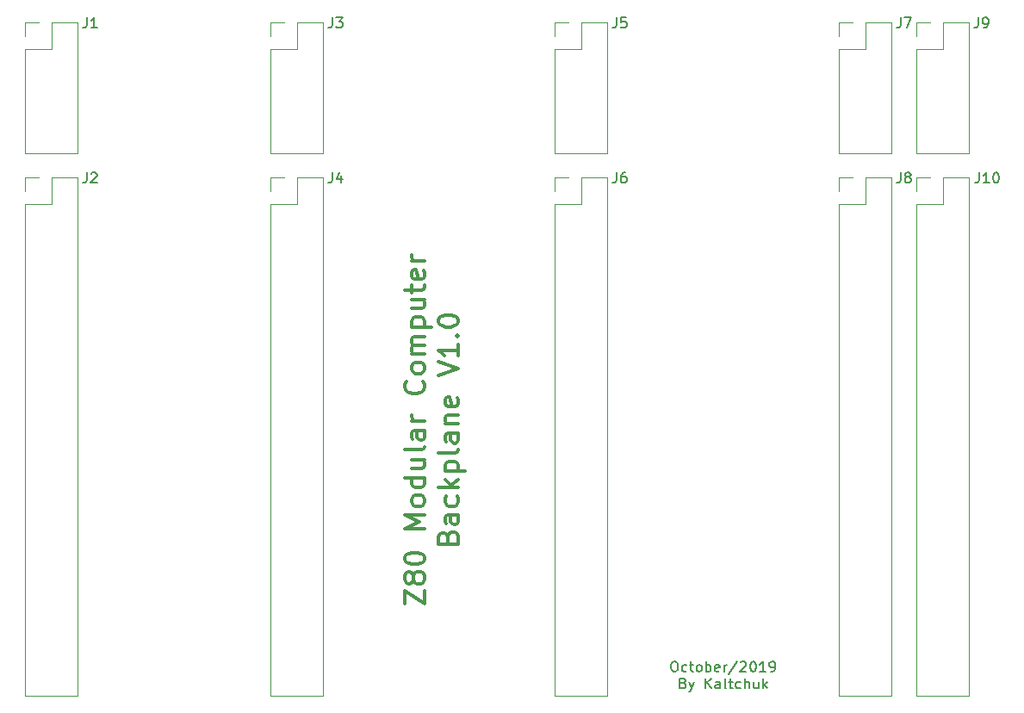
<source format=gbr>
G04 #@! TF.GenerationSoftware,KiCad,Pcbnew,(5.1.4)-1*
G04 #@! TF.CreationDate,2019-12-08T17:51:34+02:00*
G04 #@! TF.ProjectId,Backplane,4261636b-706c-4616-9e65-2e6b69636164,rev?*
G04 #@! TF.SameCoordinates,PX2455c20PY5ad6650*
G04 #@! TF.FileFunction,Legend,Top*
G04 #@! TF.FilePolarity,Positive*
%FSLAX46Y46*%
G04 Gerber Fmt 4.6, Leading zero omitted, Abs format (unit mm)*
G04 Created by KiCad (PCBNEW (5.1.4)-1) date 2019-12-08 17:51:34*
%MOMM*%
%LPD*%
G04 APERTURE LIST*
%ADD10C,0.150000*%
%ADD11C,0.300000*%
%ADD12C,0.120000*%
G04 APERTURE END LIST*
D10*
X67509047Y5817620D02*
X67699523Y5817620D01*
X67794761Y5770000D01*
X67890000Y5674762D01*
X67937619Y5484286D01*
X67937619Y5150953D01*
X67890000Y4960477D01*
X67794761Y4865239D01*
X67699523Y4817620D01*
X67509047Y4817620D01*
X67413809Y4865239D01*
X67318571Y4960477D01*
X67270952Y5150953D01*
X67270952Y5484286D01*
X67318571Y5674762D01*
X67413809Y5770000D01*
X67509047Y5817620D01*
X68794761Y4865239D02*
X68699523Y4817620D01*
X68509047Y4817620D01*
X68413809Y4865239D01*
X68366190Y4912858D01*
X68318571Y5008096D01*
X68318571Y5293810D01*
X68366190Y5389048D01*
X68413809Y5436667D01*
X68509047Y5484286D01*
X68699523Y5484286D01*
X68794761Y5436667D01*
X69080476Y5484286D02*
X69461428Y5484286D01*
X69223333Y5817620D02*
X69223333Y4960477D01*
X69270952Y4865239D01*
X69366190Y4817620D01*
X69461428Y4817620D01*
X69937619Y4817620D02*
X69842380Y4865239D01*
X69794761Y4912858D01*
X69747142Y5008096D01*
X69747142Y5293810D01*
X69794761Y5389048D01*
X69842380Y5436667D01*
X69937619Y5484286D01*
X70080476Y5484286D01*
X70175714Y5436667D01*
X70223333Y5389048D01*
X70270952Y5293810D01*
X70270952Y5008096D01*
X70223333Y4912858D01*
X70175714Y4865239D01*
X70080476Y4817620D01*
X69937619Y4817620D01*
X70699523Y4817620D02*
X70699523Y5817620D01*
X70699523Y5436667D02*
X70794761Y5484286D01*
X70985238Y5484286D01*
X71080476Y5436667D01*
X71128095Y5389048D01*
X71175714Y5293810D01*
X71175714Y5008096D01*
X71128095Y4912858D01*
X71080476Y4865239D01*
X70985238Y4817620D01*
X70794761Y4817620D01*
X70699523Y4865239D01*
X71985238Y4865239D02*
X71890000Y4817620D01*
X71699523Y4817620D01*
X71604285Y4865239D01*
X71556666Y4960477D01*
X71556666Y5341429D01*
X71604285Y5436667D01*
X71699523Y5484286D01*
X71890000Y5484286D01*
X71985238Y5436667D01*
X72032857Y5341429D01*
X72032857Y5246191D01*
X71556666Y5150953D01*
X72461428Y4817620D02*
X72461428Y5484286D01*
X72461428Y5293810D02*
X72509047Y5389048D01*
X72556666Y5436667D01*
X72651904Y5484286D01*
X72747142Y5484286D01*
X73794761Y5865239D02*
X72937619Y4579524D01*
X74080476Y5722381D02*
X74128095Y5770000D01*
X74223333Y5817620D01*
X74461428Y5817620D01*
X74556666Y5770000D01*
X74604285Y5722381D01*
X74651904Y5627143D01*
X74651904Y5531905D01*
X74604285Y5389048D01*
X74032857Y4817620D01*
X74651904Y4817620D01*
X75270952Y5817620D02*
X75366190Y5817620D01*
X75461428Y5770000D01*
X75509047Y5722381D01*
X75556666Y5627143D01*
X75604285Y5436667D01*
X75604285Y5198572D01*
X75556666Y5008096D01*
X75509047Y4912858D01*
X75461428Y4865239D01*
X75366190Y4817620D01*
X75270952Y4817620D01*
X75175714Y4865239D01*
X75128095Y4912858D01*
X75080476Y5008096D01*
X75032857Y5198572D01*
X75032857Y5436667D01*
X75080476Y5627143D01*
X75128095Y5722381D01*
X75175714Y5770000D01*
X75270952Y5817620D01*
X76556666Y4817620D02*
X75985238Y4817620D01*
X76270952Y4817620D02*
X76270952Y5817620D01*
X76175714Y5674762D01*
X76080476Y5579524D01*
X75985238Y5531905D01*
X77032857Y4817620D02*
X77223333Y4817620D01*
X77318571Y4865239D01*
X77366190Y4912858D01*
X77461428Y5055715D01*
X77509047Y5246191D01*
X77509047Y5627143D01*
X77461428Y5722381D01*
X77413809Y5770000D01*
X77318571Y5817620D01*
X77128095Y5817620D01*
X77032857Y5770000D01*
X76985238Y5722381D01*
X76937619Y5627143D01*
X76937619Y5389048D01*
X76985238Y5293810D01*
X77032857Y5246191D01*
X77128095Y5198572D01*
X77318571Y5198572D01*
X77413809Y5246191D01*
X77461428Y5293810D01*
X77509047Y5389048D01*
X68461428Y3691429D02*
X68604285Y3643810D01*
X68651904Y3596191D01*
X68699523Y3500953D01*
X68699523Y3358096D01*
X68651904Y3262858D01*
X68604285Y3215239D01*
X68509047Y3167620D01*
X68128095Y3167620D01*
X68128095Y4167620D01*
X68461428Y4167620D01*
X68556666Y4120000D01*
X68604285Y4072381D01*
X68651904Y3977143D01*
X68651904Y3881905D01*
X68604285Y3786667D01*
X68556666Y3739048D01*
X68461428Y3691429D01*
X68128095Y3691429D01*
X69032857Y3834286D02*
X69270952Y3167620D01*
X69509047Y3834286D02*
X69270952Y3167620D01*
X69175714Y2929524D01*
X69128095Y2881905D01*
X69032857Y2834286D01*
X70651904Y3167620D02*
X70651904Y4167620D01*
X71223333Y3167620D02*
X70794761Y3739048D01*
X71223333Y4167620D02*
X70651904Y3596191D01*
X72080476Y3167620D02*
X72080476Y3691429D01*
X72032857Y3786667D01*
X71937619Y3834286D01*
X71747142Y3834286D01*
X71651904Y3786667D01*
X72080476Y3215239D02*
X71985238Y3167620D01*
X71747142Y3167620D01*
X71651904Y3215239D01*
X71604285Y3310477D01*
X71604285Y3405715D01*
X71651904Y3500953D01*
X71747142Y3548572D01*
X71985238Y3548572D01*
X72080476Y3596191D01*
X72699523Y3167620D02*
X72604285Y3215239D01*
X72556666Y3310477D01*
X72556666Y4167620D01*
X72937619Y3834286D02*
X73318571Y3834286D01*
X73080476Y4167620D02*
X73080476Y3310477D01*
X73128095Y3215239D01*
X73223333Y3167620D01*
X73318571Y3167620D01*
X74080476Y3215239D02*
X73985238Y3167620D01*
X73794761Y3167620D01*
X73699523Y3215239D01*
X73651904Y3262858D01*
X73604285Y3358096D01*
X73604285Y3643810D01*
X73651904Y3739048D01*
X73699523Y3786667D01*
X73794761Y3834286D01*
X73985238Y3834286D01*
X74080476Y3786667D01*
X74509047Y3167620D02*
X74509047Y4167620D01*
X74937619Y3167620D02*
X74937619Y3691429D01*
X74890000Y3786667D01*
X74794761Y3834286D01*
X74651904Y3834286D01*
X74556666Y3786667D01*
X74509047Y3739048D01*
X75842380Y3834286D02*
X75842380Y3167620D01*
X75413809Y3834286D02*
X75413809Y3310477D01*
X75461428Y3215239D01*
X75556666Y3167620D01*
X75699523Y3167620D01*
X75794761Y3215239D01*
X75842380Y3262858D01*
X76318571Y3167620D02*
X76318571Y4167620D01*
X76413809Y3548572D02*
X76699523Y3167620D01*
X76699523Y3834286D02*
X76318571Y3453334D01*
D11*
X41069761Y11479762D02*
X41069761Y12813096D01*
X43069761Y11479762D01*
X43069761Y12813096D01*
X41926904Y13860715D02*
X41831666Y13670239D01*
X41736428Y13575000D01*
X41545952Y13479762D01*
X41450714Y13479762D01*
X41260238Y13575000D01*
X41165000Y13670239D01*
X41069761Y13860715D01*
X41069761Y14241667D01*
X41165000Y14432143D01*
X41260238Y14527381D01*
X41450714Y14622620D01*
X41545952Y14622620D01*
X41736428Y14527381D01*
X41831666Y14432143D01*
X41926904Y14241667D01*
X41926904Y13860715D01*
X42022142Y13670239D01*
X42117380Y13575000D01*
X42307857Y13479762D01*
X42688809Y13479762D01*
X42879285Y13575000D01*
X42974523Y13670239D01*
X43069761Y13860715D01*
X43069761Y14241667D01*
X42974523Y14432143D01*
X42879285Y14527381D01*
X42688809Y14622620D01*
X42307857Y14622620D01*
X42117380Y14527381D01*
X42022142Y14432143D01*
X41926904Y14241667D01*
X41069761Y15860715D02*
X41069761Y16051191D01*
X41165000Y16241667D01*
X41260238Y16336905D01*
X41450714Y16432143D01*
X41831666Y16527381D01*
X42307857Y16527381D01*
X42688809Y16432143D01*
X42879285Y16336905D01*
X42974523Y16241667D01*
X43069761Y16051191D01*
X43069761Y15860715D01*
X42974523Y15670239D01*
X42879285Y15575000D01*
X42688809Y15479762D01*
X42307857Y15384524D01*
X41831666Y15384524D01*
X41450714Y15479762D01*
X41260238Y15575000D01*
X41165000Y15670239D01*
X41069761Y15860715D01*
X43069761Y18908334D02*
X41069761Y18908334D01*
X42498333Y19575000D01*
X41069761Y20241667D01*
X43069761Y20241667D01*
X43069761Y21479762D02*
X42974523Y21289286D01*
X42879285Y21194048D01*
X42688809Y21098810D01*
X42117380Y21098810D01*
X41926904Y21194048D01*
X41831666Y21289286D01*
X41736428Y21479762D01*
X41736428Y21765477D01*
X41831666Y21955953D01*
X41926904Y22051191D01*
X42117380Y22146429D01*
X42688809Y22146429D01*
X42879285Y22051191D01*
X42974523Y21955953D01*
X43069761Y21765477D01*
X43069761Y21479762D01*
X43069761Y23860715D02*
X41069761Y23860715D01*
X42974523Y23860715D02*
X43069761Y23670239D01*
X43069761Y23289286D01*
X42974523Y23098810D01*
X42879285Y23003572D01*
X42688809Y22908334D01*
X42117380Y22908334D01*
X41926904Y23003572D01*
X41831666Y23098810D01*
X41736428Y23289286D01*
X41736428Y23670239D01*
X41831666Y23860715D01*
X41736428Y25670239D02*
X43069761Y25670239D01*
X41736428Y24813096D02*
X42784047Y24813096D01*
X42974523Y24908334D01*
X43069761Y25098810D01*
X43069761Y25384524D01*
X42974523Y25575000D01*
X42879285Y25670239D01*
X43069761Y26908334D02*
X42974523Y26717858D01*
X42784047Y26622620D01*
X41069761Y26622620D01*
X43069761Y28527381D02*
X42022142Y28527381D01*
X41831666Y28432143D01*
X41736428Y28241667D01*
X41736428Y27860715D01*
X41831666Y27670239D01*
X42974523Y28527381D02*
X43069761Y28336905D01*
X43069761Y27860715D01*
X42974523Y27670239D01*
X42784047Y27575000D01*
X42593571Y27575000D01*
X42403095Y27670239D01*
X42307857Y27860715D01*
X42307857Y28336905D01*
X42212619Y28527381D01*
X43069761Y29479762D02*
X41736428Y29479762D01*
X42117380Y29479762D02*
X41926904Y29575000D01*
X41831666Y29670239D01*
X41736428Y29860715D01*
X41736428Y30051191D01*
X42879285Y33384524D02*
X42974523Y33289286D01*
X43069761Y33003572D01*
X43069761Y32813096D01*
X42974523Y32527381D01*
X42784047Y32336905D01*
X42593571Y32241667D01*
X42212619Y32146429D01*
X41926904Y32146429D01*
X41545952Y32241667D01*
X41355476Y32336905D01*
X41165000Y32527381D01*
X41069761Y32813096D01*
X41069761Y33003572D01*
X41165000Y33289286D01*
X41260238Y33384524D01*
X43069761Y34527381D02*
X42974523Y34336905D01*
X42879285Y34241667D01*
X42688809Y34146429D01*
X42117380Y34146429D01*
X41926904Y34241667D01*
X41831666Y34336905D01*
X41736428Y34527381D01*
X41736428Y34813096D01*
X41831666Y35003572D01*
X41926904Y35098810D01*
X42117380Y35194048D01*
X42688809Y35194048D01*
X42879285Y35098810D01*
X42974523Y35003572D01*
X43069761Y34813096D01*
X43069761Y34527381D01*
X43069761Y36051191D02*
X41736428Y36051191D01*
X41926904Y36051191D02*
X41831666Y36146429D01*
X41736428Y36336905D01*
X41736428Y36622620D01*
X41831666Y36813096D01*
X42022142Y36908334D01*
X43069761Y36908334D01*
X42022142Y36908334D02*
X41831666Y37003572D01*
X41736428Y37194048D01*
X41736428Y37479762D01*
X41831666Y37670239D01*
X42022142Y37765477D01*
X43069761Y37765477D01*
X41736428Y38717858D02*
X43736428Y38717858D01*
X41831666Y38717858D02*
X41736428Y38908334D01*
X41736428Y39289286D01*
X41831666Y39479762D01*
X41926904Y39575000D01*
X42117380Y39670239D01*
X42688809Y39670239D01*
X42879285Y39575000D01*
X42974523Y39479762D01*
X43069761Y39289286D01*
X43069761Y38908334D01*
X42974523Y38717858D01*
X41736428Y41384524D02*
X43069761Y41384524D01*
X41736428Y40527381D02*
X42784047Y40527381D01*
X42974523Y40622620D01*
X43069761Y40813096D01*
X43069761Y41098810D01*
X42974523Y41289286D01*
X42879285Y41384524D01*
X41736428Y42051191D02*
X41736428Y42813096D01*
X41069761Y42336905D02*
X42784047Y42336905D01*
X42974523Y42432143D01*
X43069761Y42622620D01*
X43069761Y42813096D01*
X42974523Y44241667D02*
X43069761Y44051191D01*
X43069761Y43670239D01*
X42974523Y43479762D01*
X42784047Y43384524D01*
X42022142Y43384524D01*
X41831666Y43479762D01*
X41736428Y43670239D01*
X41736428Y44051191D01*
X41831666Y44241667D01*
X42022142Y44336905D01*
X42212619Y44336905D01*
X42403095Y43384524D01*
X43069761Y45194048D02*
X41736428Y45194048D01*
X42117380Y45194048D02*
X41926904Y45289286D01*
X41831666Y45384524D01*
X41736428Y45575000D01*
X41736428Y45765477D01*
X45322142Y18051191D02*
X45417380Y18336905D01*
X45512619Y18432143D01*
X45703095Y18527381D01*
X45988809Y18527381D01*
X46179285Y18432143D01*
X46274523Y18336905D01*
X46369761Y18146429D01*
X46369761Y17384524D01*
X44369761Y17384524D01*
X44369761Y18051191D01*
X44465000Y18241667D01*
X44560238Y18336905D01*
X44750714Y18432143D01*
X44941190Y18432143D01*
X45131666Y18336905D01*
X45226904Y18241667D01*
X45322142Y18051191D01*
X45322142Y17384524D01*
X46369761Y20241667D02*
X45322142Y20241667D01*
X45131666Y20146429D01*
X45036428Y19955953D01*
X45036428Y19575000D01*
X45131666Y19384524D01*
X46274523Y20241667D02*
X46369761Y20051191D01*
X46369761Y19575000D01*
X46274523Y19384524D01*
X46084047Y19289286D01*
X45893571Y19289286D01*
X45703095Y19384524D01*
X45607857Y19575000D01*
X45607857Y20051191D01*
X45512619Y20241667D01*
X46274523Y22051191D02*
X46369761Y21860715D01*
X46369761Y21479762D01*
X46274523Y21289286D01*
X46179285Y21194048D01*
X45988809Y21098810D01*
X45417380Y21098810D01*
X45226904Y21194048D01*
X45131666Y21289286D01*
X45036428Y21479762D01*
X45036428Y21860715D01*
X45131666Y22051191D01*
X46369761Y22908334D02*
X44369761Y22908334D01*
X45607857Y23098810D02*
X46369761Y23670239D01*
X45036428Y23670239D02*
X45798333Y22908334D01*
X45036428Y24527381D02*
X47036428Y24527381D01*
X45131666Y24527381D02*
X45036428Y24717858D01*
X45036428Y25098810D01*
X45131666Y25289286D01*
X45226904Y25384524D01*
X45417380Y25479762D01*
X45988809Y25479762D01*
X46179285Y25384524D01*
X46274523Y25289286D01*
X46369761Y25098810D01*
X46369761Y24717858D01*
X46274523Y24527381D01*
X46369761Y26622620D02*
X46274523Y26432143D01*
X46084047Y26336905D01*
X44369761Y26336905D01*
X46369761Y28241667D02*
X45322142Y28241667D01*
X45131666Y28146429D01*
X45036428Y27955953D01*
X45036428Y27575000D01*
X45131666Y27384524D01*
X46274523Y28241667D02*
X46369761Y28051191D01*
X46369761Y27575000D01*
X46274523Y27384524D01*
X46084047Y27289286D01*
X45893571Y27289286D01*
X45703095Y27384524D01*
X45607857Y27575000D01*
X45607857Y28051191D01*
X45512619Y28241667D01*
X45036428Y29194048D02*
X46369761Y29194048D01*
X45226904Y29194048D02*
X45131666Y29289286D01*
X45036428Y29479762D01*
X45036428Y29765477D01*
X45131666Y29955953D01*
X45322142Y30051191D01*
X46369761Y30051191D01*
X46274523Y31765477D02*
X46369761Y31575000D01*
X46369761Y31194048D01*
X46274523Y31003572D01*
X46084047Y30908334D01*
X45322142Y30908334D01*
X45131666Y31003572D01*
X45036428Y31194048D01*
X45036428Y31575000D01*
X45131666Y31765477D01*
X45322142Y31860715D01*
X45512619Y31860715D01*
X45703095Y30908334D01*
X44369761Y33955953D02*
X46369761Y34622620D01*
X44369761Y35289286D01*
X46369761Y37003572D02*
X46369761Y35860715D01*
X46369761Y36432143D02*
X44369761Y36432143D01*
X44655476Y36241667D01*
X44845952Y36051191D01*
X44941190Y35860715D01*
X46179285Y37860715D02*
X46274523Y37955953D01*
X46369761Y37860715D01*
X46274523Y37765477D01*
X46179285Y37860715D01*
X46369761Y37860715D01*
X44369761Y39194048D02*
X44369761Y39384524D01*
X44465000Y39575000D01*
X44560238Y39670239D01*
X44750714Y39765477D01*
X45131666Y39860715D01*
X45607857Y39860715D01*
X45988809Y39765477D01*
X46179285Y39670239D01*
X46274523Y39575000D01*
X46369761Y39384524D01*
X46369761Y39194048D01*
X46274523Y39003572D01*
X46179285Y38908334D01*
X45988809Y38813096D01*
X45607857Y38717858D01*
X45131666Y38717858D01*
X44750714Y38813096D01*
X44560238Y38908334D01*
X44465000Y39003572D01*
X44369761Y39194048D01*
D12*
X3750000Y53400000D02*
X5080000Y53400000D01*
X3750000Y52070000D02*
X3750000Y53400000D01*
X6350000Y53400000D02*
X8950000Y53400000D01*
X6350000Y50800000D02*
X6350000Y53400000D01*
X3750000Y50800000D02*
X6350000Y50800000D01*
X8950000Y53400000D02*
X8950000Y2480000D01*
X3750000Y50800000D02*
X3750000Y2480000D01*
X3750000Y2480000D02*
X8950000Y2480000D01*
X91380000Y53400000D02*
X92710000Y53400000D01*
X91380000Y52070000D02*
X91380000Y53400000D01*
X93980000Y53400000D02*
X96580000Y53400000D01*
X93980000Y50800000D02*
X93980000Y53400000D01*
X91380000Y50800000D02*
X93980000Y50800000D01*
X96580000Y53400000D02*
X96580000Y2480000D01*
X91380000Y50800000D02*
X91380000Y2480000D01*
X91380000Y2480000D02*
X96580000Y2480000D01*
X91380000Y68640000D02*
X92710000Y68640000D01*
X91380000Y67310000D02*
X91380000Y68640000D01*
X93980000Y68640000D02*
X96580000Y68640000D01*
X93980000Y66040000D02*
X93980000Y68640000D01*
X91380000Y66040000D02*
X93980000Y66040000D01*
X96580000Y68640000D02*
X96580000Y55820000D01*
X91380000Y66040000D02*
X91380000Y55820000D01*
X91380000Y55820000D02*
X96580000Y55820000D01*
X3750000Y68640000D02*
X5080000Y68640000D01*
X3750000Y67310000D02*
X3750000Y68640000D01*
X6350000Y68640000D02*
X8950000Y68640000D01*
X6350000Y66040000D02*
X6350000Y68640000D01*
X3750000Y66040000D02*
X6350000Y66040000D01*
X8950000Y68640000D02*
X8950000Y55820000D01*
X3750000Y66040000D02*
X3750000Y55820000D01*
X3750000Y55820000D02*
X8950000Y55820000D01*
X83760000Y2480000D02*
X88960000Y2480000D01*
X83760000Y50800000D02*
X83760000Y2480000D01*
X88960000Y53400000D02*
X88960000Y2480000D01*
X83760000Y50800000D02*
X86360000Y50800000D01*
X86360000Y50800000D02*
X86360000Y53400000D01*
X86360000Y53400000D02*
X88960000Y53400000D01*
X83760000Y52070000D02*
X83760000Y53400000D01*
X83760000Y53400000D02*
X85090000Y53400000D01*
X55820000Y53400000D02*
X57150000Y53400000D01*
X55820000Y52070000D02*
X55820000Y53400000D01*
X58420000Y53400000D02*
X61020000Y53400000D01*
X58420000Y50800000D02*
X58420000Y53400000D01*
X55820000Y50800000D02*
X58420000Y50800000D01*
X61020000Y53400000D02*
X61020000Y2480000D01*
X55820000Y50800000D02*
X55820000Y2480000D01*
X55820000Y2480000D02*
X61020000Y2480000D01*
X27880000Y2480000D02*
X33080000Y2480000D01*
X27880000Y50800000D02*
X27880000Y2480000D01*
X33080000Y53400000D02*
X33080000Y2480000D01*
X27880000Y50800000D02*
X30480000Y50800000D01*
X30480000Y50800000D02*
X30480000Y53400000D01*
X30480000Y53400000D02*
X33080000Y53400000D01*
X27880000Y52070000D02*
X27880000Y53400000D01*
X27880000Y53400000D02*
X29210000Y53400000D01*
X83760000Y55820000D02*
X88960000Y55820000D01*
X83760000Y66040000D02*
X83760000Y55820000D01*
X88960000Y68640000D02*
X88960000Y55820000D01*
X83760000Y66040000D02*
X86360000Y66040000D01*
X86360000Y66040000D02*
X86360000Y68640000D01*
X86360000Y68640000D02*
X88960000Y68640000D01*
X83760000Y67310000D02*
X83760000Y68640000D01*
X83760000Y68640000D02*
X85090000Y68640000D01*
X55820000Y68640000D02*
X57150000Y68640000D01*
X55820000Y67310000D02*
X55820000Y68640000D01*
X58420000Y68640000D02*
X61020000Y68640000D01*
X58420000Y66040000D02*
X58420000Y68640000D01*
X55820000Y66040000D02*
X58420000Y66040000D01*
X61020000Y68640000D02*
X61020000Y55820000D01*
X55820000Y66040000D02*
X55820000Y55820000D01*
X55820000Y55820000D02*
X61020000Y55820000D01*
X27880000Y55820000D02*
X33080000Y55820000D01*
X27880000Y66040000D02*
X27880000Y55820000D01*
X33080000Y68640000D02*
X33080000Y55820000D01*
X27880000Y66040000D02*
X30480000Y66040000D01*
X30480000Y66040000D02*
X30480000Y68640000D01*
X30480000Y68640000D02*
X33080000Y68640000D01*
X27880000Y67310000D02*
X27880000Y68640000D01*
X27880000Y68640000D02*
X29210000Y68640000D01*
D10*
X9826666Y53887620D02*
X9826666Y53173334D01*
X9779047Y53030477D01*
X9683809Y52935239D01*
X9540952Y52887620D01*
X9445714Y52887620D01*
X10255238Y53792381D02*
X10302857Y53840000D01*
X10398095Y53887620D01*
X10636190Y53887620D01*
X10731428Y53840000D01*
X10779047Y53792381D01*
X10826666Y53697143D01*
X10826666Y53601905D01*
X10779047Y53459048D01*
X10207619Y52887620D01*
X10826666Y52887620D01*
X97555476Y53887620D02*
X97555476Y53173334D01*
X97507857Y53030477D01*
X97412619Y52935239D01*
X97269761Y52887620D01*
X97174523Y52887620D01*
X98555476Y52887620D02*
X97984047Y52887620D01*
X98269761Y52887620D02*
X98269761Y53887620D01*
X98174523Y53744762D01*
X98079285Y53649524D01*
X97984047Y53601905D01*
X99174523Y53887620D02*
X99269761Y53887620D01*
X99365000Y53840000D01*
X99412619Y53792381D01*
X99460238Y53697143D01*
X99507857Y53506667D01*
X99507857Y53268572D01*
X99460238Y53078096D01*
X99412619Y52982858D01*
X99365000Y52935239D01*
X99269761Y52887620D01*
X99174523Y52887620D01*
X99079285Y52935239D01*
X99031666Y52982858D01*
X98984047Y53078096D01*
X98936428Y53268572D01*
X98936428Y53506667D01*
X98984047Y53697143D01*
X99031666Y53792381D01*
X99079285Y53840000D01*
X99174523Y53887620D01*
X97456666Y69127620D02*
X97456666Y68413334D01*
X97409047Y68270477D01*
X97313809Y68175239D01*
X97170952Y68127620D01*
X97075714Y68127620D01*
X97980476Y68127620D02*
X98170952Y68127620D01*
X98266190Y68175239D01*
X98313809Y68222858D01*
X98409047Y68365715D01*
X98456666Y68556191D01*
X98456666Y68937143D01*
X98409047Y69032381D01*
X98361428Y69080000D01*
X98266190Y69127620D01*
X98075714Y69127620D01*
X97980476Y69080000D01*
X97932857Y69032381D01*
X97885238Y68937143D01*
X97885238Y68699048D01*
X97932857Y68603810D01*
X97980476Y68556191D01*
X98075714Y68508572D01*
X98266190Y68508572D01*
X98361428Y68556191D01*
X98409047Y68603810D01*
X98456666Y68699048D01*
X9826666Y69127620D02*
X9826666Y68413334D01*
X9779047Y68270477D01*
X9683809Y68175239D01*
X9540952Y68127620D01*
X9445714Y68127620D01*
X10826666Y68127620D02*
X10255238Y68127620D01*
X10540952Y68127620D02*
X10540952Y69127620D01*
X10445714Y68984762D01*
X10350476Y68889524D01*
X10255238Y68841905D01*
X89836666Y53887620D02*
X89836666Y53173334D01*
X89789047Y53030477D01*
X89693809Y52935239D01*
X89550952Y52887620D01*
X89455714Y52887620D01*
X90455714Y53459048D02*
X90360476Y53506667D01*
X90312857Y53554286D01*
X90265238Y53649524D01*
X90265238Y53697143D01*
X90312857Y53792381D01*
X90360476Y53840000D01*
X90455714Y53887620D01*
X90646190Y53887620D01*
X90741428Y53840000D01*
X90789047Y53792381D01*
X90836666Y53697143D01*
X90836666Y53649524D01*
X90789047Y53554286D01*
X90741428Y53506667D01*
X90646190Y53459048D01*
X90455714Y53459048D01*
X90360476Y53411429D01*
X90312857Y53363810D01*
X90265238Y53268572D01*
X90265238Y53078096D01*
X90312857Y52982858D01*
X90360476Y52935239D01*
X90455714Y52887620D01*
X90646190Y52887620D01*
X90741428Y52935239D01*
X90789047Y52982858D01*
X90836666Y53078096D01*
X90836666Y53268572D01*
X90789047Y53363810D01*
X90741428Y53411429D01*
X90646190Y53459048D01*
X61896666Y53887620D02*
X61896666Y53173334D01*
X61849047Y53030477D01*
X61753809Y52935239D01*
X61610952Y52887620D01*
X61515714Y52887620D01*
X62801428Y53887620D02*
X62610952Y53887620D01*
X62515714Y53840000D01*
X62468095Y53792381D01*
X62372857Y53649524D01*
X62325238Y53459048D01*
X62325238Y53078096D01*
X62372857Y52982858D01*
X62420476Y52935239D01*
X62515714Y52887620D01*
X62706190Y52887620D01*
X62801428Y52935239D01*
X62849047Y52982858D01*
X62896666Y53078096D01*
X62896666Y53316191D01*
X62849047Y53411429D01*
X62801428Y53459048D01*
X62706190Y53506667D01*
X62515714Y53506667D01*
X62420476Y53459048D01*
X62372857Y53411429D01*
X62325238Y53316191D01*
X33956666Y53887620D02*
X33956666Y53173334D01*
X33909047Y53030477D01*
X33813809Y52935239D01*
X33670952Y52887620D01*
X33575714Y52887620D01*
X34861428Y53554286D02*
X34861428Y52887620D01*
X34623333Y53935239D02*
X34385238Y53220953D01*
X35004285Y53220953D01*
X89836666Y69127620D02*
X89836666Y68413334D01*
X89789047Y68270477D01*
X89693809Y68175239D01*
X89550952Y68127620D01*
X89455714Y68127620D01*
X90217619Y69127620D02*
X90884285Y69127620D01*
X90455714Y68127620D01*
X61896666Y69127620D02*
X61896666Y68413334D01*
X61849047Y68270477D01*
X61753809Y68175239D01*
X61610952Y68127620D01*
X61515714Y68127620D01*
X62849047Y69127620D02*
X62372857Y69127620D01*
X62325238Y68651429D01*
X62372857Y68699048D01*
X62468095Y68746667D01*
X62706190Y68746667D01*
X62801428Y68699048D01*
X62849047Y68651429D01*
X62896666Y68556191D01*
X62896666Y68318096D01*
X62849047Y68222858D01*
X62801428Y68175239D01*
X62706190Y68127620D01*
X62468095Y68127620D01*
X62372857Y68175239D01*
X62325238Y68222858D01*
X33956666Y69127620D02*
X33956666Y68413334D01*
X33909047Y68270477D01*
X33813809Y68175239D01*
X33670952Y68127620D01*
X33575714Y68127620D01*
X34337619Y69127620D02*
X34956666Y69127620D01*
X34623333Y68746667D01*
X34766190Y68746667D01*
X34861428Y68699048D01*
X34909047Y68651429D01*
X34956666Y68556191D01*
X34956666Y68318096D01*
X34909047Y68222858D01*
X34861428Y68175239D01*
X34766190Y68127620D01*
X34480476Y68127620D01*
X34385238Y68175239D01*
X34337619Y68222858D01*
M02*

</source>
